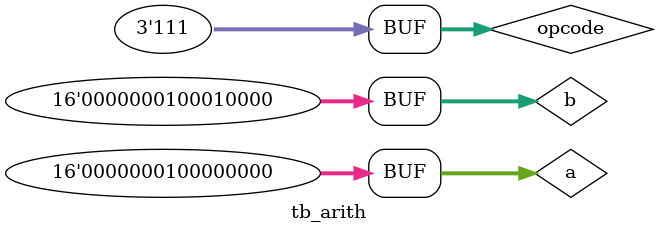
<source format=v>
module arith(a,b,opcode,outau);
input [15:0] a;
input [15:0] b;
input [2:0] opcode;
output [31:0] outau;
reg [31:0] outau;

always@(a,b,opcode)
begin
	case(opcode)
	3'b000: outau = {16'h0000, a+b};
	3'b001: outau = a * b;
	3'b010: if (a > b) begin
		outau = a - b;
		end
		else begin
		outau = b - a;
		end
	3'b011: if (a > b) begin
		outau = a / b;
		end
		else begin
		outau = b /a;
		end
	default outau = 32'h00000000;
	endcase
end
endmodule

////////////////////////////////////////////////////////////////
///////	Test bench for the Arithmetic unit		///////
//////////////////////////////////////////////////////////////
module tb_arith();
reg [15:0] a;
reg [15:0] b;
reg [2:0] opcode;
wire [31:0] outau;

// Instantiation of the design

arith a1 (.a(a), .b(b), .opcode(opcode), .outau(outau));

// Initialization
initial
begin
	a = 16'h0000;
	b = 16'h0000;
	opcode = 3'b000;
end

// Stimulus
initial
begin
	#5 a = 16'h0001;
	#5 b = 16'h0010;

	# 5 opcode = 3'b001;
	# 5 opcode = 3'b010;
	# 5 opcode = 3'b011;
	# 5 opcode = 3'b100;
	# 5 opcode = 3'b101;
	# 5 opcode = 3'b110;
	# 5 opcode = 3'b111;

	#5 a = 16'h0100;
	#5 b = 16'h0110;
	# 5 opcode = 3'b001;
	# 5 opcode = 3'b010;
	# 5 opcode = 3'b011;
	# 5 opcode = 3'b100;
	# 5 opcode = 3'b101;
	# 5 opcode = 3'b110;
	# 5 opcode = 3'b111;
end
endmodule
	

	


</source>
